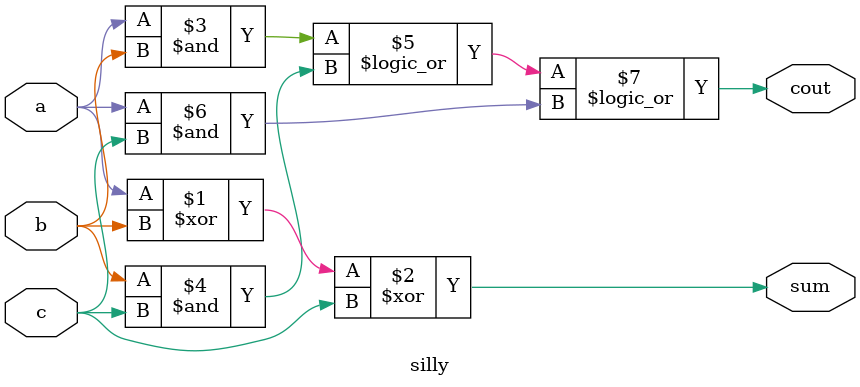
<source format=sv>
module silly (input  logic a, b, c, output logic sum, cout);
   
  assign sum = a^b^c;
  assign cout = a&b||b&c||a&c;
   
endmodule

</source>
